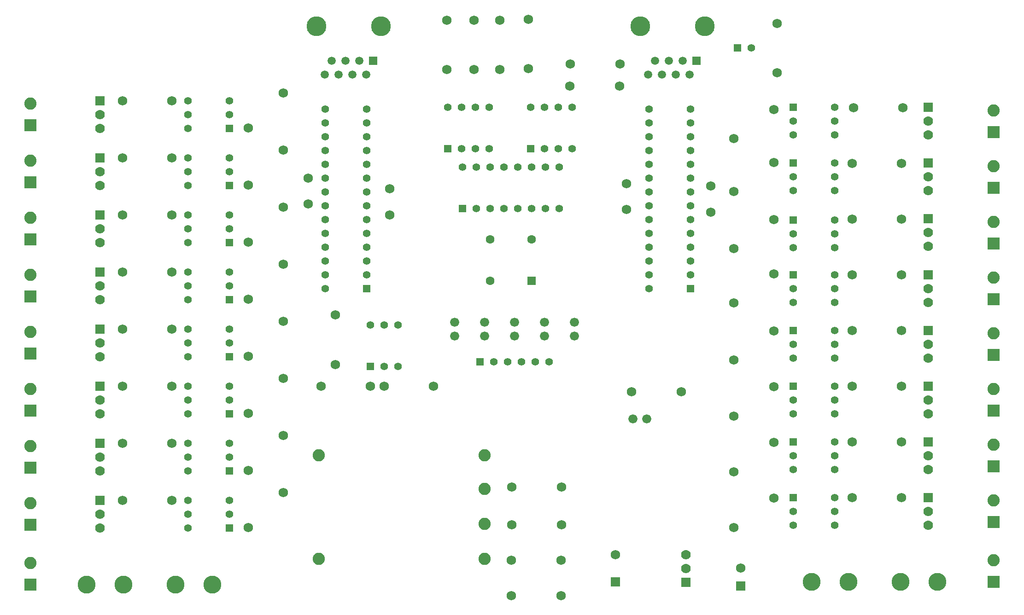
<source format=gts>
G04 (created by PCBNEW (2013-07-07 BZR 4022)-stable) date 9/7/2014 7:10:48 AM*
%MOIN*%
G04 Gerber Fmt 3.4, Leading zero omitted, Abs format*
%FSLAX34Y34*%
G01*
G70*
G90*
G04 APERTURE LIST*
%ADD10C,0.00590551*%
%ADD11C,0.0885827*%
%ADD12C,0.07*%
%ADD13R,0.07X0.07*%
%ADD14R,0.0885827X0.0885827*%
%ADD15R,0.055X0.055*%
%ADD16C,0.055*%
%ADD17C,0.1437*%
%ADD18R,0.0591X0.0591*%
%ADD19C,0.0591*%
%ADD20C,0.0688976*%
%ADD21C,0.066*%
%ADD22R,0.0688976X0.0688976*%
%ADD23R,0.0629921X0.0629921*%
%ADD24C,0.0629921*%
%ADD25C,0.129921*%
G04 APERTURE END LIST*
G54D10*
G54D11*
X70472Y-75078D03*
X70472Y-82559D03*
X82480Y-75078D03*
X82480Y-77519D03*
X82480Y-80039D03*
X82480Y-82559D03*
G54D12*
X97047Y-82267D03*
X97047Y-83267D03*
G54D13*
X97047Y-84267D03*
G54D12*
X114566Y-51885D03*
X114566Y-50885D03*
G54D13*
X114566Y-49885D03*
G54D12*
X114566Y-55921D03*
X114566Y-54921D03*
G54D13*
X114566Y-53921D03*
G54D12*
X114566Y-59956D03*
X114566Y-58956D03*
G54D13*
X114566Y-57956D03*
G54D12*
X114566Y-63992D03*
X114566Y-62992D03*
G54D13*
X114566Y-61992D03*
G54D12*
X114566Y-68027D03*
X114566Y-67027D03*
G54D13*
X114566Y-66027D03*
G54D12*
X114566Y-72062D03*
X114566Y-71062D03*
G54D13*
X114566Y-70062D03*
G54D12*
X114566Y-76098D03*
X114566Y-75098D03*
G54D13*
X114566Y-74098D03*
G54D12*
X114566Y-80133D03*
X114566Y-79133D03*
G54D13*
X114566Y-78133D03*
G54D12*
X54625Y-51393D03*
X54625Y-50393D03*
G54D13*
X54625Y-49393D03*
G54D12*
X54625Y-55527D03*
X54625Y-54527D03*
G54D13*
X54625Y-53527D03*
G54D12*
X54625Y-59661D03*
X54625Y-58661D03*
G54D13*
X54625Y-57661D03*
G54D12*
X54625Y-63795D03*
X54625Y-62795D03*
G54D13*
X54625Y-61795D03*
G54D12*
X54625Y-72062D03*
X54625Y-71062D03*
G54D13*
X54625Y-70062D03*
G54D12*
X54625Y-76196D03*
X54625Y-75196D03*
G54D13*
X54625Y-74196D03*
G54D12*
X54625Y-80330D03*
X54625Y-79330D03*
G54D13*
X54625Y-78330D03*
G54D12*
X54625Y-67929D03*
X54625Y-66929D03*
G54D13*
X54625Y-65929D03*
G54D14*
X119291Y-71850D03*
G54D11*
X119291Y-70275D03*
G54D14*
X49606Y-51181D03*
G54D11*
X49606Y-49606D03*
G54D14*
X49606Y-55314D03*
G54D11*
X49606Y-53740D03*
G54D14*
X49606Y-59448D03*
G54D11*
X49606Y-57874D03*
G54D14*
X49606Y-63582D03*
G54D11*
X49606Y-62007D03*
G54D14*
X49606Y-67716D03*
G54D11*
X49606Y-66141D03*
G54D14*
X49606Y-71850D03*
G54D11*
X49606Y-70275D03*
G54D14*
X49606Y-75984D03*
G54D11*
X49606Y-74409D03*
G54D14*
X119291Y-79921D03*
G54D11*
X119291Y-78346D03*
G54D14*
X119291Y-75885D03*
G54D11*
X119291Y-74311D03*
G54D14*
X119291Y-67814D03*
G54D11*
X119291Y-66240D03*
G54D14*
X119291Y-63779D03*
G54D11*
X119291Y-62204D03*
G54D14*
X119291Y-59744D03*
G54D11*
X119291Y-58169D03*
G54D14*
X119291Y-55708D03*
G54D11*
X119291Y-54133D03*
G54D14*
X119291Y-51673D03*
G54D11*
X119291Y-50098D03*
G54D14*
X49606Y-80118D03*
G54D11*
X49606Y-78543D03*
G54D15*
X100779Y-45570D03*
G54D16*
X101779Y-45570D03*
G54D17*
X70299Y-43996D03*
X74972Y-43996D03*
G54D18*
X74387Y-46496D03*
G54D19*
X73887Y-47496D03*
X73387Y-46496D03*
X72887Y-47496D03*
X72387Y-46496D03*
X71887Y-47496D03*
X71387Y-46496D03*
X70887Y-47496D03*
G54D17*
X93724Y-43996D03*
X98397Y-43996D03*
G54D18*
X97812Y-46496D03*
G54D19*
X97312Y-47496D03*
X96812Y-46496D03*
X96312Y-47496D03*
X95812Y-46496D03*
X95312Y-47496D03*
X94812Y-46496D03*
X94312Y-47496D03*
G54D20*
X112637Y-70078D03*
X109055Y-70078D03*
X112637Y-74114D03*
X109055Y-74114D03*
X100503Y-55985D03*
X103401Y-53879D03*
X112637Y-78149D03*
X109055Y-78149D03*
X112637Y-66043D03*
X109055Y-66043D03*
X112637Y-62007D03*
X109055Y-62007D03*
X112637Y-57972D03*
X109055Y-57972D03*
X112637Y-53937D03*
X109055Y-53937D03*
X112736Y-49901D03*
X109153Y-49901D03*
X96692Y-70472D03*
X93110Y-70472D03*
X100503Y-60119D03*
X103401Y-58013D03*
X65353Y-76182D03*
X67886Y-73648D03*
X65353Y-80316D03*
X67886Y-77782D03*
X65353Y-72048D03*
X67886Y-69514D03*
X65353Y-67914D03*
X67886Y-65381D03*
X65353Y-63780D03*
X67886Y-61247D03*
X65353Y-59646D03*
X67886Y-57113D03*
X65353Y-55512D03*
X67886Y-52979D03*
X65353Y-51379D03*
X67886Y-48845D03*
X100503Y-64056D03*
X103401Y-61950D03*
X100503Y-68190D03*
X103401Y-66084D03*
X56259Y-57677D03*
X59842Y-57677D03*
X103641Y-47381D03*
X103641Y-43799D03*
X83562Y-43562D03*
X83562Y-47145D03*
X85629Y-47086D03*
X85629Y-43503D03*
X92263Y-46751D03*
X88681Y-46751D03*
X88641Y-48326D03*
X92224Y-48326D03*
X100503Y-72225D03*
X103401Y-70120D03*
X100503Y-76261D03*
X103401Y-74155D03*
X56259Y-49409D03*
X59842Y-49409D03*
X56259Y-53543D03*
X59842Y-53543D03*
X100503Y-52147D03*
X103401Y-50041D03*
X56259Y-61811D03*
X59842Y-61811D03*
X56259Y-65944D03*
X59842Y-65944D03*
X56259Y-70078D03*
X59842Y-70078D03*
X56259Y-74212D03*
X59842Y-74212D03*
X56259Y-78346D03*
X59842Y-78346D03*
X70629Y-70078D03*
X74212Y-70078D03*
X78779Y-70078D03*
X75196Y-70078D03*
X100503Y-80296D03*
X103401Y-78190D03*
G54D21*
X93200Y-72440D03*
X94200Y-72440D03*
G54D15*
X85803Y-52877D03*
G54D16*
X86803Y-52877D03*
X87803Y-52877D03*
X88803Y-52877D03*
X88803Y-49877D03*
X87803Y-49877D03*
X86803Y-49877D03*
X85803Y-49877D03*
G54D15*
X79799Y-52877D03*
G54D16*
X80799Y-52877D03*
X81799Y-52877D03*
X82799Y-52877D03*
X82799Y-49877D03*
X81799Y-49877D03*
X80799Y-49877D03*
X79799Y-49877D03*
G54D15*
X74196Y-68625D03*
G54D16*
X75196Y-68625D03*
X76196Y-68625D03*
X76196Y-65625D03*
X75196Y-65625D03*
X74196Y-65625D03*
G54D15*
X104799Y-58055D03*
G54D16*
X104799Y-59055D03*
X104799Y-60055D03*
X107799Y-60055D03*
X107799Y-59055D03*
X107799Y-58055D03*
G54D15*
X64000Y-80330D03*
G54D16*
X64000Y-79330D03*
X64000Y-78330D03*
X61000Y-78330D03*
X61000Y-79330D03*
X61000Y-80330D03*
G54D15*
X64000Y-76196D03*
G54D16*
X64000Y-75196D03*
X64000Y-74196D03*
X61000Y-74196D03*
X61000Y-75196D03*
X61000Y-76196D03*
G54D15*
X104799Y-49885D03*
G54D16*
X104799Y-50885D03*
X104799Y-51885D03*
X107799Y-51885D03*
X107799Y-50885D03*
X107799Y-49885D03*
G54D15*
X104799Y-53921D03*
G54D16*
X104799Y-54921D03*
X104799Y-55921D03*
X107799Y-55921D03*
X107799Y-54921D03*
X107799Y-53921D03*
G54D15*
X64000Y-72062D03*
G54D16*
X64000Y-71062D03*
X64000Y-70062D03*
X61000Y-70062D03*
X61000Y-71062D03*
X61000Y-72062D03*
G54D15*
X64000Y-67929D03*
G54D16*
X64000Y-66929D03*
X64000Y-65929D03*
X61000Y-65929D03*
X61000Y-66929D03*
X61000Y-67929D03*
G54D15*
X64000Y-63795D03*
G54D16*
X64000Y-62795D03*
X64000Y-61795D03*
X61000Y-61795D03*
X61000Y-62795D03*
X61000Y-63795D03*
G54D15*
X104799Y-61992D03*
G54D16*
X104799Y-62992D03*
X104799Y-63992D03*
X107799Y-63992D03*
X107799Y-62992D03*
X107799Y-61992D03*
G54D15*
X104799Y-66027D03*
G54D16*
X104799Y-67027D03*
X104799Y-68027D03*
X107799Y-68027D03*
X107799Y-67027D03*
X107799Y-66027D03*
G54D15*
X104799Y-70062D03*
G54D16*
X104799Y-71062D03*
X104799Y-72062D03*
X107799Y-72062D03*
X107799Y-71062D03*
X107799Y-70062D03*
G54D15*
X64000Y-59661D03*
G54D16*
X64000Y-58661D03*
X64000Y-57661D03*
X61000Y-57661D03*
X61000Y-58661D03*
X61000Y-59661D03*
G54D15*
X64000Y-55527D03*
G54D16*
X64000Y-54527D03*
X64000Y-53527D03*
X61000Y-53527D03*
X61000Y-54527D03*
X61000Y-55527D03*
G54D15*
X64000Y-51393D03*
G54D16*
X64000Y-50393D03*
X64000Y-49393D03*
X61000Y-49393D03*
X61000Y-50393D03*
X61000Y-51393D03*
G54D15*
X104799Y-78133D03*
G54D16*
X104799Y-79133D03*
X104799Y-80133D03*
X107799Y-80133D03*
X107799Y-79133D03*
X107799Y-78133D03*
G54D15*
X104799Y-74098D03*
G54D16*
X104799Y-75098D03*
X104799Y-76098D03*
X107799Y-76098D03*
X107799Y-75098D03*
X107799Y-74098D03*
G54D20*
X88031Y-80118D03*
X84448Y-80118D03*
X84409Y-85236D03*
X87992Y-85236D03*
X84409Y-82677D03*
X87992Y-82677D03*
X88031Y-77362D03*
X84448Y-77362D03*
X81692Y-43562D03*
X81692Y-47145D03*
X79724Y-43562D03*
X79724Y-47145D03*
G54D22*
X100984Y-84527D03*
G54D20*
X100984Y-83228D03*
G54D23*
X85866Y-62440D03*
G54D24*
X82874Y-62440D03*
X85866Y-59448D03*
X82874Y-59448D03*
G54D22*
X91929Y-84251D03*
G54D20*
X91929Y-82283D03*
G54D14*
X119291Y-84251D03*
G54D11*
X119291Y-82677D03*
G54D14*
X49606Y-84448D03*
G54D11*
X49606Y-82874D03*
G54D25*
X53661Y-84448D03*
X56318Y-84448D03*
X60098Y-84448D03*
X62755Y-84448D03*
X115236Y-84251D03*
X112578Y-84251D03*
X108799Y-84251D03*
X106141Y-84251D03*
G54D20*
X69685Y-56889D03*
X69685Y-55000D03*
X75590Y-57677D03*
X75590Y-55787D03*
X71653Y-64921D03*
X71653Y-68503D03*
G54D15*
X82145Y-68307D03*
G54D16*
X83145Y-68307D03*
X84145Y-68307D03*
X85145Y-68307D03*
X86145Y-68307D03*
X87145Y-68307D03*
G54D21*
X80314Y-66444D03*
X80314Y-65444D03*
X82480Y-66444D03*
X82480Y-65444D03*
X84645Y-66444D03*
X84645Y-65444D03*
X86811Y-66444D03*
X86811Y-65444D03*
X88976Y-66444D03*
X88976Y-65444D03*
G54D15*
X80850Y-57208D03*
G54D16*
X81850Y-57208D03*
X82850Y-57208D03*
X83850Y-57208D03*
X84850Y-57208D03*
X85850Y-57208D03*
X86850Y-57208D03*
X87850Y-57208D03*
X87850Y-54208D03*
X86850Y-54208D03*
X85850Y-54208D03*
X84850Y-54208D03*
X83850Y-54208D03*
X82850Y-54208D03*
X81850Y-54208D03*
X80850Y-54208D03*
G54D20*
X92716Y-57283D03*
X92716Y-55393D03*
X98818Y-57480D03*
X98818Y-55590D03*
G54D16*
X73940Y-61996D03*
X73940Y-60996D03*
X73940Y-59996D03*
X73940Y-58996D03*
X73940Y-57996D03*
X73940Y-56996D03*
X73940Y-55996D03*
X73940Y-54996D03*
X73940Y-53996D03*
X73940Y-52996D03*
X73940Y-51996D03*
X73940Y-50996D03*
X73940Y-49996D03*
G54D15*
X73940Y-62996D03*
G54D16*
X70940Y-49996D03*
X70940Y-50996D03*
X70940Y-51996D03*
X70940Y-52996D03*
X70940Y-53996D03*
X70940Y-54996D03*
X70940Y-55996D03*
X70940Y-56996D03*
X70940Y-57996D03*
X70940Y-58996D03*
X70940Y-59996D03*
X70940Y-60996D03*
X70940Y-61996D03*
X70940Y-62996D03*
X97366Y-61996D03*
X97366Y-60996D03*
X97366Y-59996D03*
X97366Y-58996D03*
X97366Y-57996D03*
X97366Y-56996D03*
X97366Y-55996D03*
X97366Y-54996D03*
X97366Y-53996D03*
X97366Y-52996D03*
X97366Y-51996D03*
X97366Y-50996D03*
X97366Y-49996D03*
G54D15*
X97366Y-62996D03*
G54D16*
X94366Y-49996D03*
X94366Y-50996D03*
X94366Y-51996D03*
X94366Y-52996D03*
X94366Y-53996D03*
X94366Y-54996D03*
X94366Y-55996D03*
X94366Y-56996D03*
X94366Y-57996D03*
X94366Y-58996D03*
X94366Y-59996D03*
X94366Y-60996D03*
X94366Y-61996D03*
X94366Y-62996D03*
M02*

</source>
